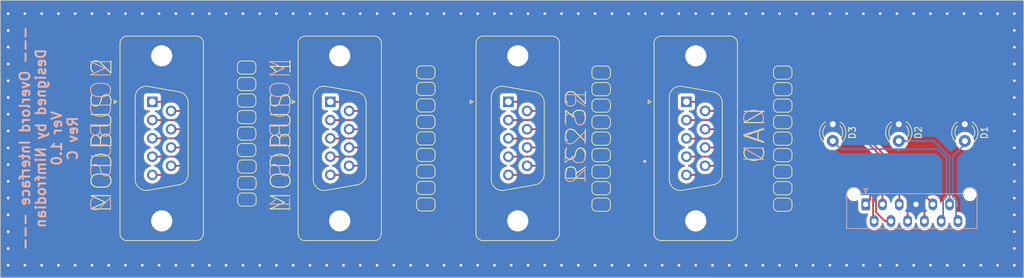
<source format=kicad_pcb>
(kicad_pcb (version 20240108) (generator "pcbnew") (generator_version "8.0")
  (layers (0 "F.Cu" signal) (31 "B.Cu" signal) (34 "B.Paste" user) (35 "F.Paste" user) (36 "B.SilkS" user "B.Silkscreen") (37 "F.SilkS" user "F.Silkscreen") (38 "B.Mask" user) (39 "F.Mask" user) (44 "Edge.Cuts" user))
  (net 0 "")
  (net 1 "GND")
  (net 2 "STATUS_LED_B")
  (net 3 "STATUS_LED_G")
  (net 4 "STATUS_LED_R")
  (net 5 "CAN_L")
  (net 6 "CAN_H")
  (net 7 "RS232_RX")
  (net 8 "RS232_TX")
  (net 9 "MB_RX_U1")
  (net 10 "MB_TX_U1")
  (net 11 "MB_TX_U2")
  (net 12 "MB_RX_U2")
  (net 13 "Net-(JP12-B)")
  (net 14 "Net-(JP11-B)")
  (net 15 "Net-(JP13-B)")
  (net 16 "Net-(JP10-B)")
  (net 17 "Net-(JP15-B)")
  (net 18 "Net-(JP14-B)")
  (net 19 "Net-(JP17-B)")
  (net 20 "Net-(JP16-B)")
  (net 21 "Net-(JP9-B)")
  (net 22 "Net-(JP4-B)")
  (net 23 "Net-(JP1-B)")
  (net 24 "Net-(JP6-B)")
  (net 25 "Net-(JP7-B)")
  (net 26 "Net-(JP8-B)")
  (net 27 "Net-(JP2-B)")
  (net 28 "Net-(JP3-B)")
  (net 29 "Net-(JP5-B)")
  (net 30 "Net-(JP22-B)")
  (net 31 "Net-(JP23-B)")
  (net 32 "Net-(JP21-B)")
  (net 33 "Net-(JP25-B)")
  (net 34 "Net-(JP24-B)")
  (net 35 "Net-(JP19-B)")
  (net 36 "Net-(JP18-B)")
  (net 37 "Net-(JP26-B)")
  (net 38 "Net-(JP20-B)")
  (net 39 "Net-(JP29-B)")
  (net 40 "Net-(JP34-B)")
  (net 41 "Net-(JP28-B)")
  (net 42 "Net-(JP30-B)")
  (net 43 "Net-(JP35-B)")
  (net 44 "Net-(JP27-B)")
  (net 45 "Net-(JP31-B)")
  (net 46 "Net-(JP32-B)")
  (net 47 "Net-(JP33-B)")
  (net 72 "Net-(JP36-B)")
  (footprint "Jumper:SolderJumper-2_P1.3mm_Open_RoundedPad1.0x1.5mm" (layer "F.Cu") (at 140.2 95.705 180)
    (property "Reference" "JP23" (hide yes))
    (property "Value" "SolderJumper_2_Open")
  )
  (footprint "Jumper:SolderJumper-2_P1.3mm_Open_RoundedPad1.0x1.5mm" (layer "F.Cu") (at 113.05 82.468375 180)
    (property "Reference" "JP27" (hide yes))
    (property "Value" "SolderJumper_2_Open")
  )
  (footprint "LED_THT:LED_D3.0mm" (layer "F.Cu") (at 211.83 91.055 -90)
    (property "Reference" "D2")
    (property "Value" "LED_G" (hide yes))
  )
  (footprint "Jumper:SolderJumper-2_P1.3mm_Open_RoundedPad1.0x1.5mm" (layer "F.Cu") (at 140.2 88.205 180)
    (property "Reference" "JP20" (hide yes))
    (property "Value" "SolderJumper_2_Open")
  )
  (footprint "Jumper:SolderJumper-2_P1.3mm_Open_RoundedPad1.0x1.5mm" (layer "F.Cu") (at 113.05 92.468373 180)
    (property "Reference" "JP31" (hide yes))
    (property "Value" "SolderJumper_2_Open")
  )
  (footprint "Jumper:SolderJumper-2_P1.3mm_Open_RoundedPad1.0x1.5mm" (layer "F.Cu") (at 166.749999 98.24 180)
    (property "Reference" "JP7" (hide yes))
    (property "Value" "SolderJumper_2_Open")
  )
  (footprint "Jumper:SolderJumper-2_P1.3mm_Open_RoundedPad1.0x1.5mm" (layer "F.Cu") (at 194.249999 100.74 180)
    (property "Reference" "JP16" (hide yes))
    (property "Value" "SolderJumper_2_Open")
  )
  (footprint "LED_THT:LED_D3.0mm" (layer "F.Cu") (at 221.83 91.055 -90)
    (property "Reference" "D1")
    (property "Value" "LED_B" (hide yes))
  )
  (footprint "Jumper:SolderJumper-2_P1.3mm_Open_RoundedPad1.0x1.5mm" (layer "F.Cu") (at 194.249999 88.24 180)
    (property "Reference" "JP11" (hide yes))
    (property "Value" "SolderJumper_2_Open")
  )
  (footprint "Jumper:SolderJumper-2_P1.3mm_Open_RoundedPad1.0x1.5mm" (layer "F.Cu") (at 194.249999 90.74 180)
    (property "Reference" "JP12" (hide yes))
    (property "Value" "SolderJumper_2_Open")
  )
  (footprint "Jumper:SolderJumper-2_P1.3mm_Open_RoundedPad1.0x1.5mm" (layer "F.Cu") (at 194.249999 93.24 180)
    (property "Reference" "JP13" (hide yes))
    (property "Value" "SolderJumper_2_Open")
  )
  (footprint "Jumper:SolderJumper-2_P1.3mm_Open_RoundedPad1.0x1.5mm" (layer "F.Cu") (at 140.2 98.205 180)
    (property "Reference" "JP24" (hide yes))
    (property "Value" "SolderJumper_2_Open")
  )
  (footprint "Jumper:SolderJumper-2_P1.3mm_Open_RoundedPad1.0x1.5mm" (layer "F.Cu") (at 140.2 90.705 180)
    (property "Reference" "JP21" (hide yes))
    (property "Value" "SolderJumper_2_Open")
  )
  (footprint "Connector_Dsub:DSUB-9_Female_Vertical_P2.77x2.84mm_MountingHoles" (layer "F.Cu") (at 98.77 87.655 90)
    (property "Reference" "J5" (hide yes))
    (property "Value" "DE9_Receptacle_MountingHoles_UART")
  )
  (footprint "Connector_Dsub:DSUB-9_Female_Vertical_P2.77x2.84mm_MountingHoles" (layer "F.Cu") (at 179.66 87.655 90)
    (property "Reference" "J2" (hide yes))
    (property "Value" "DE9_Receptacle_MountingHoles_CAN")
  )
  (footprint "Jumper:SolderJumper-2_P1.3mm_Open_RoundedPad1.0x1.5mm" (layer "F.Cu") (at 194.249999 98.24 180)
    (property "Reference" "JP15" (hide yes))
    (property "Value" "SolderJumper_2_Open")
  )
  (footprint "Connector_Dsub:DSUB-9_Female_Vertical_P2.77x2.84mm_MountingHoles" (layer "F.Cu") (at 125.733333 87.655 90)
    (property "Reference" "J4" (hide yes))
    (property "Value" "DE9_Receptacle_MountingHoles_UART")
  )
  (footprint "Jumper:SolderJumper-2_P1.3mm_Open_RoundedPad1.0x1.5mm" (layer "F.Cu") (at 166.749999 100.74 180)
    (property "Reference" "JP8" (hide yes))
    (property "Value" "SolderJumper_2_Open")
  )
  (footprint "Jumper:SolderJumper-2_P1.3mm_Open_RoundedPad1.0x1.5mm" (layer "F.Cu") (at 166.749999 88.24 180)
    (property "Reference" "JP3" (hide yes))
    (property "Value" "SolderJumper_2_Open")
  )
  (footprint "Jumper:SolderJumper-2_P1.3mm_Open_RoundedPad1.0x1.5mm" (layer "F.Cu") (at 194.249999 85.74 180)
    (property "Reference" "JP10" (hide yes))
    (property "Value" "SolderJumper_2_Open")
  )
  (footprint "Jumper:SolderJumper-2_P1.3mm_Open_RoundedPad1.0x1.5mm" (layer "F.Cu") (at 113.05 87.468376 180)
    (property "Reference" "JP29" (hide yes))
    (property "Value" "SolderJumper_2_Open")
  )
  (footprint "Jumper:SolderJumper-2_P1.3mm_Open_RoundedPad1.0x1.5mm" (layer "F.Cu") (at 140.2 100.705 180)
    (property "Reference" "JP25" (hide yes))
    (property "Value" "SolderJumper_2_Open")
  )
  (footprint "Jumper:SolderJumper-2_P1.3mm_Open_RoundedPad1.0x1.5mm" (layer "F.Cu") (at 113.05 89.968373 180)
    (property "Reference" "JP30" (hide yes))
    (property "Value" "SolderJumper_2_Open")
  )
  (footprint "Jumper:SolderJumper-2_P1.3mm_Open_RoundedPad1.0x1.5mm" (layer "F.Cu") (at 166.749998 103.24 180)
    (property "Reference" "JP36" (hide yes))
    (property "Value" "SolderJumper_2_Open")
  )
  (footprint "Jumper:SolderJumper-2_P1.3mm_Open_RoundedPad1.0x1.5mm" (layer "F.Cu") (at 140.2 103.205 180)
    (property "Reference" "JP26" (hide yes))
    (property "Value" "SolderJumper_2_Open")
  )
  (footprint "Connector_Dsub:DSUB-9_Female_Vertical_P2.77x2.84mm_MountingHoles" (layer "F.Cu") (at 152.696666 87.655 90)
    (property "Reference" "J3" (hide yes))
    (property "Value" "DE9_Receptacle_MountingHoles_UART")
  )
  (footprint "Jumper:SolderJumper-2_P1.3mm_Open_RoundedPad1.0x1.5mm" (layer "F.Cu") (at 166.749999 85.74 180)
    (property "Reference" "JP2" (hide yes))
    (property "Value" "SolderJumper_2_Open")
  )
  (footprint "Jumper:SolderJumper-2_P1.3mm_Open_RoundedPad1.0x1.5mm" (layer "F.Cu") (at 194.249999 83.24 180)
    (property "Reference" "JP9" (hide yes))
    (property "Value" "SolderJumper_2_Open")
  )
  (footprint "Jumper:SolderJumper-2_P1.3mm_Open_RoundedPad1.0x1.5mm" (layer "F.Cu") (at 140.2 85.705 180)
    (property "Reference" "JP19" (hide yes))
    (property "Value" "SolderJumper_2_Open")
  )
  (footprint "Jumper:SolderJumper-2_P1.3mm_Open_RoundedPad1.0x1.5mm" (layer "F.Cu") (at 113.100001 102.468375 180)
    (property "Reference" "JP35" (hide yes))
    (property "Value" "SolderJumper_2_Open")
  )
  (footprint "Jumper:SolderJumper-2_P1.3mm_Open_RoundedPad1.0x1.5mm" (layer "F.Cu") (at 194.249999 103.24 180)
    (property "Reference" "JP17" (hide yes))
    (property "Value" "SolderJumper_2_Open")
  )
  (footprint "Jumper:SolderJumper-2_P1.3mm_Open_RoundedPad1.0x1.5mm" (layer "F.Cu") (at 166.749999 95.74 180)
    (property "Reference" "JP6" (hide yes))
    (property "Value" "SolderJumper_2_Open")
  )
  (footprint "Jumper:SolderJumper-2_P1.3mm_Open_RoundedPad1.0x1.5mm" (layer "F.Cu") (at 166.749999 93.24 180)
    (property "Reference" "JP5" (hide yes))
    (property "Value" "SolderJumper_2_Open")
  )
  (footprint "Jumper:SolderJumper-2_P1.3mm_Open_RoundedPad1.0x1.5mm" (layer "F.Cu") (at 166.749999 90.74 180)
    (property "Reference" "JP4" (hide yes))
    (property "Value" "SolderJumper_2_Open")
  )
  (footprint "LED_THT:LED_D3.0mm" (layer "F.Cu") (at 201.83 91.055 -90)
    (property "Reference" "D3")
    (property "Value" "LED_R" (hide yes))
  )
  (footprint "Jumper:SolderJumper-2_P1.3mm_Open_RoundedPad1.0x1.5mm" (layer "F.Cu") (at 113.100001 99.968375 180)
    (property "Reference" "JP34" (hide yes))
    (property "Value" "SolderJumper_2_Open")
  )
  (footprint "Jumper:SolderJumper-2_P1.3mm_Open_RoundedPad1.0x1.5mm" (layer "F.Cu") (at 113.1 97.468376 180)
    (property "Reference" "JP33" (hide yes))
    (property "Value" "SolderJumper_2_Open")
  )
  (footprint "Jumper:SolderJumper-2_P1.3mm_Open_RoundedPad1.0x1.5mm" (layer "F.Cu") (at 140.2 83.205 180)
    (property "Reference" "JP18" (hide yes))
    (property "Value" "SolderJumper_2_Open")
  )
  (footprint "Jumper:SolderJumper-2_P1.3mm_Open_RoundedPad1.0x1.5mm" (layer "F.Cu") (at 140.2 93.205 180)
    (property "Reference" "JP22" (hide yes))
    (property "Value" "SolderJumper_2_Open")
  )
  (footprint "Jumper:SolderJumper-2_P1.3mm_Open_RoundedPad1.0x1.5mm" (layer "F.Cu") (at 113.05 94.968373 180)
    (property "Reference" "JP32" (hide yes))
    (property "Value" "SolderJumper_2_Open")
  )
  (footprint "Jumper:SolderJumper-2_P1.3mm_Open_RoundedPad1.0x1.5mm" (layer "F.Cu") (at 166.749999 83.24 180)
    (property "Reference" "JP1" (hide yes))
    (property "Value" "SolderJumper_2_Open")
  )
  (footprint "Jumper:SolderJumper-2_P1.3mm_Open_RoundedPad1.0x1.5mm" (layer "F.Cu") (at 194.249999 95.74 180)
    (property "Reference" "JP14" (hide yes))
    (property "Value" "SolderJumper_2_Open")
  )
  (footprint "Jumper:SolderJumper-2_P1.3mm_Open_RoundedPad1.0x1.5mm" (layer "F.Cu") (at 113.05 84.968376 180)
    (property "Reference" "JP28" (hide yes))
    (property "Value" "SolderJumper_2_Open")
  )
  (footprint "Connector_Molex:Molex_Picoflex_90325-0012_2x06_P1.27mm_Vertical" (layer "B.Cu") (at 206.820001 103.19 -90)
    (property "Reference" "J1" (hide yes))
    (property "Value" "Conn_01x12_Pin")
  )
  (gr_rect (start 75.75 72.29) (end 230.75 114.29) (stroke (width 0.1)) (fill none) (layer "Edge.Cuts"))
  (gr_text "--- Overlord Interface ---\nDesigned by Nimfrodian\nVer 1.0\nRev C" (at 83.09 93.195 90) (layer "B.SilkS") (effects (font (size 1.5 1.5) (thickness 0.3)) (justify mirror)))
  (gr_text "CAN" (at 191.7 88.27 90) (layer "B.SilkS") (effects (font (size 3 3)) (justify left bottom mirror)))
  (gr_text "MODBUS 2" (at 92.8 80.765714 90) (layer "B.SilkS") (effects (font (size 3 3)) (justify left bottom mirror)))
  (gr_text "RS232" (at 164.68 85.772857 90) (layer "B.SilkS") (effects (font (size 3 3)) (justify left bottom mirror)))
  (gr_text "MODBUS 1" (at 119.94 80.765714 90) (layer "B.SilkS") (effects (font (size 3 3)) (justify left bottom mirror)))
  (gr_text "RS232" (at 164.74 100.051429 90) (layer "F.SilkS") (effects (font (size 3 3)) (justify left bottom)))
  (gr_text "CAN" (at 191.76 97.194286 90) (layer "F.SilkS") (effects (font (size 3 3)) (justify left bottom)))
  (gr_text "MODBUS 1" (at 120 104.69 90) (layer "F.SilkS") (effects (font (size 3 3)) (justify left bottom)))
  (gr_text "MODBUS 2" (at 92.86 104.69 90) (layer "F.SilkS") (effects (font (size 3 3)) (justify left bottom)))
  (via (at 140.43 74.31) (size 0.8) (drill 0.4) (layers "F.Cu" "B.Cu") (net 1))
  (via (at 115.03 74.31) (size 0.8) (drill 0.4) (layers "F.Cu" "B.Cu") (net 1))
  (via (at 196.31 112.41) (size 0.8) (drill 0.4) (layers "F.Cu" "B.Cu") (net 1))
  (via (at 216.63 112.41) (size 0.8) (drill 0.4) (layers "F.Cu" "B.Cu") (net 1))
  (via (at 211.55 112.41) (size 0.8) (drill 0.4) (layers "F.Cu" "B.Cu") (net 1))
  (via (at 89.63 74.31) (size 0.8) (drill 0.4) (layers "F.Cu" "B.Cu") (net 1))
  (via (at 224.25 112.41) (size 0.8) (drill 0.4) (layers "F.Cu" "B.Cu") (net 1))
  (via (at 229.33 84.47) (size 0.8) (drill 0.4) (layers "F.Cu" "B.Cu") (net 1))
  (via (at 120.11 74.31) (size 0.8) (drill 0.4) (layers "F.Cu" "B.Cu") (net 1))
  (via (at 122.65 74.31) (size 0.8) (drill 0.4) (layers "F.Cu" "B.Cu") (net 1))
  (via (at 94.71 74.31) (size 0.8) (drill 0.4) (layers "F.Cu" "B.Cu") (net 1))
  (via (at 76.93 107.33) (size 0.8) (drill 0.4) (layers "F.Cu" "B.Cu") (net 1))
  (via (at 173.45 112.41) (size 0.8) (drill 0.4) (layers "F.Cu" "B.Cu") (net 1))
  (via (at 130.27 74.31) (size 0.8) (drill 0.4) (layers "F.Cu" "B.Cu") (net 1))
  (via (at 84.55 74.31) (size 0.8) (drill 0.4) (layers "F.Cu" "B.Cu") (net 1))
  (via (at 214.09 74.31) (size 0.8) (drill 0.4) (layers "F.Cu" "B.Cu") (net 1))
  (via (at 125.19 112.41) (size 0.8) (drill 0.4) (layers "F.Cu" "B.Cu") (net 1))
  (via (at 175.99 74.31) (size 0.8) (drill 0.4) (layers "F.Cu" "B.Cu") (net 1))
  (via (at 181.07 112.41) (size 0.8) (drill 0.4) (layers "F.Cu" "B.Cu") (net 1))
  (via (at 150.59 74.31) (size 0.8) (drill 0.4) (layers "F.Cu" "B.Cu") (net 1))
  (via (at 132.81 112.41) (size 0.8) (drill 0.4) (layers "F.Cu" "B.Cu") (net 1))
  (via (at 97.25 74.31) (size 0.8) (drill 0.4) (layers "F.Cu" "B.Cu") (net 1))
  (via (at 186.15 112.41) (size 0.8) (drill 0.4) (layers "F.Cu" "B.Cu") (net 1))
  (via (at 87.09 74.31) (size 0.8) (drill 0.4) (layers "F.Cu" "B.Cu") (net 1))
  (via (at 203.93 74.31) (size 0.8) (drill 0.4) (layers "F.Cu" "B.Cu") (net 1))
  (via (at 198.85 74.31) (size 0.8) (drill 0.4) (layers "F.Cu" "B.Cu") (net 1))
  (via (at 130.27 112.41) (size 0.8) (drill 0.4) (layers "F.Cu" "B.Cu") (net 1))
  (via (at 224.25 74.31) (size 0.8) (drill 0.4) (layers "F.Cu" "B.Cu") (net 1))
  (via (at 107.41 112.41) (size 0.8) (drill 0.4) (layers "F.Cu" "B.Cu") (net 1))
  (via (at 92.17 74.31) (size 0.8) (drill 0.4) (layers "F.Cu" "B.Cu") (net 1))
  (via (at 211.55 74.31) (size 0.8) (drill 0.4) (layers "F.Cu" "B.Cu") (net 1))
  (via (at 137.89 112.41) (size 0.8) (drill 0.4) (layers "F.Cu" "B.Cu") (net 1))
  (via (at 76.93 89.55) (size 0.8) (drill 0.4) (layers "F.Cu" "B.Cu") (net 1))
  (via (at 76.93 109.87) (size 0.8) (drill 0.4) (layers "F.Cu" "B.Cu") (net 1))
  (via (at 206.47 112.41) (size 0.8) (drill 0.4) (layers "F.Cu" "B.Cu") (net 1))
  (via (at 148.05 112.41) (size 0.8) (drill 0.4) (layers "F.Cu" "B.Cu") (net 1))
  (via (at 201.39 112.41) (size 0.8) (drill 0.4) (layers "F.Cu" "B.Cu") (net 1))
  (via (at 163.29 112.41) (size 0.8) (drill 0.4) (layers "F.Cu" "B.Cu") (net 1))
  (via (at 153.13 74.31) (size 0.8) (drill 0.4) (layers "F.Cu" "B.Cu") (net 1))
  (via (at 135.35 74.31) (size 0.8) (drill 0.4) (layers "F.Cu" "B.Cu") (net 1))
  (via (at 82.01 112.41) (size 0.8) (drill 0.4) (layers "F.Cu" "B.Cu") (net 1))
  (via (at 155.67 74.31) (size 0.8) (drill 0.4) (layers "F.Cu" "B.Cu") (net 1))
  (via (at 122.65 112.41) (size 0.8) (drill 0.4) (layers "F.Cu" "B.Cu") (net 1))
  (via (at 226.79 112.41) (size 0.8) (drill 0.4) (layers "F.Cu" "B.Cu") (net 1))
  (via (at 120.11 112.41) (size 0.8) (drill 0.4) (layers "F.Cu" "B.Cu") (net 1))
  (via (at 109.95 112.41) (size 0.8) (drill 0.4) (layers "F.Cu" "B.Cu") (net 1))
  (via (at 142.97 74.31) (size 0.8) (drill 0.4) (layers "F.Cu" "B.Cu") (net 1))
  (via (at 76.93 94.63) (size 0.8) (drill 0.4) (layers "F.Cu" "B.Cu") (net 1))
  (via (at 229.33 76.85) (size 0.8) (drill 0.4) (layers "F.Cu" "B.Cu") (net 1))
  (via (at 229.33 79.39) (size 0.8) (drill 0.4) (layers "F.Cu" "B.Cu") (net 1))
  (via (at 229.33 99.71) (size 0.8) (drill 0.4) (layers "F.Cu" "B.Cu") (net 1))
  (via (at 125.19 74.31) (size 0.8) (drill 0.4) (layers "F.Cu" "B.Cu") (net 1))
  (via (at 229.33 109.87) (size 0.8) (drill 0.4) (layers "F.Cu" "B.Cu") (net 1))
  (via (at 84.55 112.41) (size 0.8) (drill 0.4) (layers "F.Cu" "B.Cu") (net 1))
  (via (at 79.47 112.41) (size 0.8) (drill 0.4) (layers "F.Cu" "B.Cu") (net 1))
  (via (at 97.25 112.41) (size 0.8) (drill 0.4) (layers "F.Cu" "B.Cu") (net 1))
  (via (at 117.57 74.31) (size 0.8) (drill 0.4) (layers "F.Cu" "B.Cu") (net 1))
  (via (at 196.31 74.31) (size 0.8) (drill 0.4) (layers "F.Cu" "B.Cu") (net 1))
  (via (at 160.75 74.31) (size 0.8) (drill 0.4) (layers "F.Cu" "B.Cu") (net 1))
  (via (at 102.33 74.31) (size 0.8) (drill 0.4) (layers "F.Cu" "B.Cu") (net 1))
  (via (at 140.43 112.41) (size 0.8) (drill 0.4) (layers "F.Cu" "B.Cu") (net 1))
  (via (at 158.21 112.41) (size 0.8) (drill 0.4) (layers "F.Cu" "B.Cu") (net 1))
  (via (at 168.37 112.41) (size 0.8) (drill 0.4) (layers "F.Cu" "B.Cu") (net 1))
  (via (at 188.69 112.41) (size 0.8) (drill 0.4) (layers "F.Cu" "B.Cu") (net 1))
  (via (at 229.33 97.17) (size 0.8) (drill 0.4) (layers "F.Cu" "B.Cu") (net 1))
  (via (at 76.93 81.93) (size 0.8) (drill 0.4) (layers "F.Cu" "B.Cu") (net 1))
  (via (at 158.21 74.31) (size 0.8) (drill 0.4) (layers "F.Cu" "B.Cu") (net 1))
  (via (at 76.93 79.39) (size 0.8) (drill 0.4) (layers "F.Cu" "B.Cu") (net 1))
  (via (at 76.93 99.71) (size 0.8) (drill 0.4) (layers "F.Cu" "B.Cu") (net 1))
  (via (at 178.53 74.31) (size 0.8) (drill 0.4) (layers "F.Cu" "B.Cu") (net 1))
  (via (at 181.07 74.31) (size 0.8) (drill 0.4) (layers "F.Cu" "B.Cu") (net 1))
  (via (at 148.05 74.31) (size 0.8) (drill 0.4) (layers "F.Cu" "B.Cu") (net 1))
  (via (at 99.79 112.41) (size 0.8) (drill 0.4) (layers "F.Cu" "B.Cu") (net 1))
  (via (at 214.09 112.41) (size 0.8) (drill 0.4) (layers "F.Cu" "B.Cu") (net 1))
  (via (at 229.33 102.25) (size 0.8) (drill 0.4) (layers "F.Cu" "B.Cu") (net 1))
  (via (at 107.41 74.31) (size 0.8) (drill 0.4) (layers "F.Cu" "B.Cu") (net 1))
  (via (at 173.35 96.69) (size 0.8) (drill 0.4) (layers "F.Cu" "B.Cu") (net 1))
  (via (at 76.93 97.17) (size 0.8) (drill 0.4) (layers "F.Cu" "B.Cu") (net 1))
  (via (at 160.75 112.41) (size 0.8) (drill 0.4) (layers "F.Cu" "B.Cu") (net 1))
  (via (at 168.37 74.31) (size 0.8) (drill 0.4) (layers "F.Cu" "B.Cu") (net 1))
  (via (at 115.03 112.41) (size 0.8) (drill 0.4) (layers "F.Cu" "B.Cu") (net 1))
  (via (at 216.63 74.31) (size 0.8) (drill 0.4) (layers "F.Cu" "B.Cu") (net 1))
  (via (at 76.93 112.41) (size 0.8) (drill 0.4) (layers "F.Cu" "B.Cu") (net 1))
  (via (at 165.83 112.41) (size 0.8) (drill 0.4) (layers "F.Cu" "B.Cu") (net 1))
  (via (at 229.33 81.93) (size 0.8) (drill 0.4) (layers "F.Cu" "B.Cu") (net 1))
  (via (at 99.79 74.31) (size 0.8) (drill 0.4) (layers "F.Cu" "B.Cu") (net 1))
  (via (at 76.93 74.31) (size 0.8) (drill 0.4) (layers "F.Cu" "B.Cu") (net 1))
  (via (at 127.73 74.31) (size 0.8) (drill 0.4) (layers "F.Cu" "B.Cu") (net 1))
  (via (at 76.93 87.01) (size 0.8) (drill 0.4) (layers "F.Cu" "B.Cu") (net 1))
  (via (at 186.15 74.31) (size 0.8) (drill 0.4) (layers "F.Cu" "B.Cu") (net 1))
  (via (at 89.63 112.41) (size 0.8) (drill 0.4) (layers "F.Cu" "B.Cu") (net 1))
  (via (at 137.89 74.31) (size 0.8) (drill 0.4) (layers "F.Cu" "B.Cu") (net 1))
  (via (at 117.57 112.41) (size 0.8) (drill 0.4) (layers "F.Cu" "B.Cu") (net 1))
  (via (at 193.77 74.31) (size 0.8) (drill 0.4) (layers "F.Cu" "B.Cu") (net 1))
  (via (at 94.71 112.41) (size 0.8) (drill 0.4) (layers "F.Cu" "B.Cu") (net 1))
  (via (at 229.33 104.79) (size 0.8) (drill 0.4) (layers "F.Cu" "B.Cu") (net 1))
  (via (at 109.95 74.31) (size 0.8) (drill 0.4) (layers "F.Cu" "B.Cu") (net 1))
  (via (at 193.77 112.41) (size 0.8) (drill 0.4) (layers "F.Cu" "B.Cu") (net 1))
  (via (at 76.93 84.47) (size 0.8) (drill 0.4) (layers "F.Cu" "B.Cu") (net 1))
  (via (at 82.01 74.31) (size 0.8) (drill 0.4) (layers "F.Cu" "B.Cu") (net 1))
  (via (at 229.33 89.55) (size 0.8) (drill 0.4) (layers "F.Cu" "B.Cu") (net 1))
  (via (at 229.33 94.63) (size 0.8) (drill 0.4) (layers "F.Cu" "B.Cu") (net 1))
  (via (at 191.23 74.31) (size 0.8) (drill 0.4) (layers "F.Cu" "B.Cu") (net 1))
  (via (at 229.33 92.09) (size 0.8) (drill 0.4) (layers "F.Cu" "B.Cu") (net 1))
  (via (at 76.93 104.79) (size 0.8) (drill 0.4) (layers "F.Cu" "B.Cu") (net 1))
  (via (at 201.39 74.31) (size 0.8) (drill 0.4) (layers "F.Cu" "B.Cu") (net 1))
  (via (at 155.67 112.41) (size 0.8) (drill 0.4) (layers "F.Cu" "B.Cu") (net 1))
  (via (at 209.01 112.41) (size 0.8) (drill 0.4) (layers "F.Cu" "B.Cu") (net 1))
  (via (at 203.93 112.41) (size 0.8) (drill 0.4) (layers "F.Cu" "B.Cu") (net 1))
  (via (at 76.93 92.09) (size 0.8) (drill 0.4) (layers "F.Cu" "B.Cu") (net 1))
  (via (at 127.73 112.41) (size 0.8) (drill 0.4) (layers "F.Cu" "B.Cu") (net 1))
  (via (at 209.01 74.31) (size 0.8) (drill 0.4) (layers "F.Cu" "B.Cu") (net 1))
  (via (at 191.23 112.41) (size 0.8) (drill 0.4) (layers "F.Cu" "B.Cu") (net 1))
  (via (at 229.33 112.41) (size 0.8) (drill 0.4) (layers "F.Cu" "B.Cu") (net 1))
  (via (at 170.91 74.31) (size 0.8) (drill 0.4) (layers "F.Cu" "B.Cu") (net 1))
  (via (at 170.91 112.41) (size 0.8) (drill 0.4) (layers "F.Cu" "B.Cu") (net 1))
  (via (at 198.85 112.41) (size 0.8) (drill 0.4) (layers "F.Cu" "B.Cu") (net 1))
  (via (at 178.53 112.41) (size 0.8) (drill 0.4) (layers "F.Cu" "B.Cu") (net 1))
  (via (at 76.93 76.85) (size 0.8) (drill 0.4) (layers "F.Cu" "B.Cu") (net 1))
  (via (at 79.47 74.31) (size 0.8) (drill 0.4) (layers "F.Cu" "B.Cu") (net 1))
  (via (at 163.29 74.31) (size 0.8) (drill 0.4) (layers "F.Cu" "B.Cu") (net 1))
  (via (at 226.79 74.31) (size 0.8) (drill 0.4) (layers "F.Cu" "B.Cu") (net 1))
  (via (at 112.49 112.41) (size 0.8) (drill 0.4) (layers "F.Cu" "B.Cu") (net 1))
  (via (at 229.33 74.31) (size 0.8) (drill 0.4) (layers "F.Cu" "B.Cu") (net 1))
  (via (at 188.69 74.31) (size 0.8) (drill 0.4) (layers "F.Cu" "B.Cu") (net 1))
  (via (at 173.45 74.31) (size 0.8) (drill 0.4) (layers "F.Cu" "B.Cu") (net 1))
  (via (at 87.09 112.41) (size 0.8) (drill 0.4) (layers "F.Cu" "B.Cu") (net 1))
  (via (at 112.49 74.31) (size 0.8) (drill 0.4) (layers "F.Cu" "B.Cu") (net 1))
  (via (at 145.51 74.31) (size 0.8) (drill 0.4) (layers "F.Cu" "B.Cu") (net 1))
  (via (at 145.51 112.41) (size 0.8) (drill 0.4) (layers "F.Cu" "B.Cu") (net 1))
  (via (at 92.17 112.41) (size 0.8) (drill 0.4) (layers "F.Cu" "B.Cu") (net 1))
  (via (at 165.83 74.31) (size 0.8) (drill 0.4) (layers "F.Cu" "B.Cu") (net 1))
  (via (at 183.61 112.41) (size 0.8) (drill 0.4) (layers "F.Cu" "B.Cu") (net 1))
  (via (at 229.33 107.33) (size 0.8) (drill 0.4) (layers "F.Cu" "B.Cu") (net 1))
  (via (at 150.59 112.41) (size 0.8) (drill 0.4) (layers "F.Cu" "B.Cu") (net 1))
  (via (at 221.71 74.31) (size 0.8) (drill 0.4) (layers "F.Cu" "B.Cu") (net 1))
  (via (at 153.13 112.41) (size 0.8) (drill 0.4) (layers "F.Cu" "B.Cu") (net 1))
  (via (at 175.99 112.41) (size 0.8) (drill 0.4) (layers "F.Cu" "B.Cu") (net 1))
  (via (at 219.17 112.41) (size 0.8) (drill 0.4) (layers "F.Cu" "B.Cu") (net 1))
  (via (at 183.61 74.31) (size 0.8) (drill 0.4) (layers "F.Cu" "B.Cu") (net 1))
  (via (at 76.93 102.25) (size 0.8) (drill 0.4) (layers "F.Cu" "B.Cu") (net 1))
  (via (at 104.87 112.41) (size 0.8) (drill 0.4) (layers "F.Cu" "B.Cu") (net 1))
  (via (at 221.71 112.41) (size 0.8) (drill 0.4) (layers "F.Cu" "B.Cu") (net 1))
  (via (at 104.87 74.31) (size 0.8) (drill 0.4) (layers "F.Cu" "B.Cu") (net 1))
  (via (at 206.47 74.31) (size 0.8) (drill 0.4) (layers "F.Cu" "B.Cu") (net 1))
  (via (at 135.35 112.41) (size 0.8) (drill 0.4) (layers "F.Cu" "B.Cu") (net 1))
  (via (at 229.33 87.01) (size 0.8) (drill 0.4) (layers "F.Cu" "B.Cu") (net 1))
  (via (at 102.33 112.41) (size 0.8) (drill 0.4) (layers "F.Cu" "B.Cu") (net 1))
  (via (at 132.81 74.31) (size 0.8) (drill 0.4) (layers "F.Cu" "B.Cu") (net 1))
  (via (at 219.17 74.31) (size 0.8) (drill 0.4) (layers "F.Cu" "B.Cu") (net 1))
  (via (at 142.97 112.41) (size 0.8) (drill 0.4) (layers "F.Cu" "B.Cu") (net 1))
  (segment (start 219.970001 102.011142) (end 219.970001 95.969999) (width 0.25) (layer "B.Cu") (net 2))
  (segment (start 219.970001 95.969999) (end 221.83 94.11) (width 0.25) (layer "B.Cu") (net 2))
  (segment (start 220.790001 105.73) (end 220.495001 105.435) (width 0.25) (layer "B.Cu") (net 2))
  (segment (start 220.495001 105.435) (end 220.495001 102.536142) (width 0.25) (layer "B.Cu") (net 2))
  (segment (start 221.83 94.11) (end 221.83 93.595) (width 0.25) (layer "B.Cu") (net 2))
  (segment (start 220.495001 102.536142) (end 219.970001 102.011142) (width 0.25) (layer "B.Cu") (net 2))
  (segment (start 219.520001 96.010001) (end 217.105 93.595) (width 0.25) (layer "B.Cu") (net 3))
  (segment (start 217.105 93.595) (end 211.83 93.595) (width 0.25) (layer "B.Cu") (net 3))
  (segment (start 219.520001 103.19) (end 219.520001 96.010001) (width 0.25) (layer "B.Cu") (net 3))
  (segment (start 203.055 94.82) (end 217.693604 94.82) (width 0.25) (layer "B.Cu") (net 4))
  (segment (start 219.070001 102.011142) (end 218.545001 102.536142) (width 0.25) (layer "B.Cu") (net 4))
  (segment (start 218.55 105.430001) (end 218.250001 105.73) (width 0.25) (layer "B.Cu") (net 4))
  (segment (start 218.545001 103.843858) (end 218.55 103.848857) (width 0.25) (layer "B.Cu") (net 4))
  (segment (start 218.545001 102.536142) (end 218.545001 103.843858) (width 0.25) (layer "B.Cu") (net 4))
  (segment (start 217.693604 94.82) (end 219.070001 96.196397) (width 0.25) (layer "B.Cu") (net 4))
  (segment (start 219.070001 96.196397) (end 219.070001 102.011142) (width 0.25) (layer "B.Cu") (net 4))
  (segment (start 201.83 93.595) (end 203.055 94.82) (width 0.25) (layer "B.Cu") (net 4))
  (segment (start 218.55 103.848857) (end 218.55 105.430001) (width 0.25) (layer "B.Cu") (net 4))
  (segment (start 203.29 89.38) (end 216.980001 103.070001) (width 0.25) (layer "F.Cu") (net 5))
  (segment (start 216.980001 103.070001) (end 216.980001 103.19) (width 0.25) (layer "F.Cu") (net 5))
  (segment (start 194.899998 88.24) (end 196.039998 89.38) (width 0.25) (layer "F.Cu") (net 5))
  (segment (start 196.039998 89.38) (end 203.29 89.38) (width 0.25) (layer "F.Cu") (net 5))
  (segment (start 195.809998 89.83) (end 194.899998 90.74) (width 0.25) (layer "F.Cu") (net 6))
  (segment (start 203.055 89.83) (end 195.809998 89.83) (width 0.25) (layer "F.Cu") (net 6))
  (segment (start 215.710001 105.73) (end 215.710001 102.485001) (width 0.25) (layer "F.Cu") (net 6))
  (segment (start 215.710001 102.485001) (end 203.055 89.83) (width 0.25) (layer "F.Cu") (net 6))
  (segment (start 171.7 97.540002) (end 167.399998 93.24) (width 0.25) (layer "F.Cu") (net 7))
  (segment (start 192.05 109.04) (end 177.7 109.04) (width 0.25) (layer "F.Cu") (net 7))
  (segment (start 211.9 101.24) (end 208.05 97.39) (width 0.25) (layer "F.Cu") (net 7))
  (segment (start 211.9 103.19) (end 211.9 101.24) (width 0.25) (layer "F.Cu") (net 7))
  (segment (start 171.7 103.04) (end 171.7 97.540002) (width 0.25) (layer "F.Cu") (net 7))
  (segment (start 203.7 97.39) (end 192.05 109.04) (width 0.25) (layer "F.Cu") (net 7))
  (segment (start 208.05 97.39) (end 203.7 97.39) (width 0.25) (layer "F.Cu") (net 7))
  (segment (start 177.7 109.04) (end 171.7 103.04) (width 0.25) (layer "F.Cu") (net 7))
  (segment (start 191.75 108.44) (end 203.4 96.79) (width 0.25) (layer "F.Cu") (net 8))
  (segment (start 175.25 104.003604) (end 179.686396 108.44) (width 0.25) (layer "F.Cu") (net 8))
  (segment (start 208.55 96.79) (end 213.170001 101.410001) (width 0.25) (layer "F.Cu") (net 8))
  (segment (start 175.25 96.090002) (end 175.25 104.003604) (width 0.25) (layer "F.Cu") (net 8))
  (segment (start 179.686396 108.44) (end 191.75 108.44) (width 0.25) (layer "F.Cu") (net 8))
  (segment (start 167.399998 88.24) (end 175.25 96.090002) (width 0.25) (layer "F.Cu") (net 8))
  (segment (start 213.170001 101.410001) (end 213.170001 105.73) (width 0.25) (layer "F.Cu") (net 8))
  (segment (start 203.4 96.79) (end 208.55 96.79) (width 0.25) (layer "F.Cu") (net 8))
  (segment (start 208.385001 104.396142) (end 208.385001 99.934189) (width 0.25) (layer "F.Cu") (net 9))
  (segment (start 208.385001 99.934189) (end 207.090812 98.64) (width 0.25) (layer "F.Cu") (net 9))
  (segment (start 145.95 92.79) (end 144.400699 91.240699) (width 0.25) (layer "F.Cu") (net 9))
  (segment (start 204.4 98.64) (end 192.75 110.29) (width 0.25) (layer "F.Cu") (net 9))
  (segment (start 154.063604 110.29) (end 145.95 102.176396) (width 0.25) (layer "F.Cu") (net 9))
  (segment (start 141.585 93.205) (end 140.849999 93.205) (width 0.25) (layer "F.Cu") (net 9))
  (segment (start 207.090812 98.64) (end 204.4 98.64) (width 0.25) (layer "F.Cu") (net 9))
  (segment (start 145.95 102.176396) (end 145.95 92.79) (width 0.25) (layer "F.Cu") (net 9))
  (segment (start 210.630001 105.73) (end 209.718859 105.73) (width 0.25) (layer "F.Cu") (net 9))
  (segment (start 144.400699 91.240699) (end 143.549301 91.240699) (width 0.25) (layer "F.Cu") (net 9))
  (segment (start 192.75 110.29) (end 154.063604 110.29) (width 0.25) (layer "F.Cu") (net 9))
  (segment (start 209.718859 105.73) (end 208.385001 104.396142) (width 0.25) (layer "F.Cu") (net 9))
  (segment (start 143.549301 91.240699) (end 141.585 93.205) (width 0.25) (layer "F.Cu") (net 9))
  (segment (start 144.587095 90.790699) (end 143.435698 90.790699) (width 0.25) (layer "F.Cu") (net 10))
  (segment (start 192.563604 109.84) (end 154.25 109.84) (width 0.25) (layer "F.Cu") (net 10))
  (segment (start 209.360001 103.19) (end 209.360001 100.272793) (width 0.25) (layer "F.Cu") (net 10))
  (segment (start 146.4 92.603604) (end 144.587095 90.790699) (width 0.25) (layer "F.Cu") (net 10))
  (segment (start 209.360001 100.272793) (end 207.277208 98.19) (width 0.25) (layer "F.Cu") (net 10))
  (segment (start 143.435698 90.790699) (end 140.849999 88.205) (width 0.25) (layer "F.Cu") (net 10))
  (segment (start 154.25 109.84) (end 146.4 101.99) (width 0.25) (layer "F.Cu") (net 10))
  (segment (start 146.4 101.99) (end 146.4 92.603604) (width 0.25) (layer "F.Cu") (net 10))
  (segment (start 207.277208 98.19) (end 204.213604 98.19) (width 0.25) (layer "F.Cu") (net 10))
  (segment (start 204.213604 98.19) (end 192.563604 109.84) (width 0.25) (layer "F.Cu") (net 10))
  (segment (start 126.686396 111.19) (end 121.45 105.953604) (width 0.25) (layer "F.Cu") (net 11))
  (segment (start 115.75 90.74) (end 115.05 90.04) (width 0.25) (layer "F.Cu") (net 11))
  (segment (start 207.935001 105.575) (end 207.935001 100.138605) (width 0.25) (layer "F.Cu") (net 11))
  (segment (start 207.935001 100.138605) (end 207.186396 99.39) (width 0.25) (layer "F.Cu") (net 11))
  (segment (start 204.913604 99.39) (end 193.113604 111.19) (width 0.25) (layer "F.Cu") (net 11))
  (segment (start 116.971623 90.74) (end 115.75 90.74) (width 0.25) (layer "F.Cu") (net 11))
  (segment (start 121.45 105.953604) (end 121.45 95.218377) (width 0.25) (layer "F.Cu") (net 11))
  (segment (start 207.186396 99.39) (end 204.913604 99.39) (width 0.25) (layer "F.Cu") (net 11))
  (segment (start 121.45 95.218377) (end 116.971623 90.74) (width 0.25) (layer "F.Cu") (net 11))
  (segment (start 193.113604 111.19) (end 126.686396 111.19) (width 0.25) (layer "F.Cu") (net 11))
  (segment (start 208.090001 105.73) (end 207.935001 105.575) (width 0.25) (layer "F.Cu") (net 11))
  (segment (start 115.05 88.818377) (end 113.699999 87.468376) (width 0.25) (layer "F.Cu") (net 11))
  (segment (start 115.05 90.04) (end 115.05 88.818377) (width 0.25) (layer "F.Cu") (net 11))
  (segment (start 207.485001 100.325001) (end 207.485001 102.525) (width 0.25) (layer "F.Cu") (net 12))
  (segment (start 116.785227 91.19) (end 121 95.404773) (width 0.25) (layer "F.Cu") (net 12))
  (segment (start 115.8 91.19) (end 116.785227 91.19) (width 0.25) (layer "F.Cu") (net 12))
  (segment (start 207.485001 102.525) (end 206.820001 103.19) (width 0.25) (layer "F.Cu") (net 12))
  (segment (start 205.1 99.84) (end 207 99.84) (width 0.25) (layer "F.Cu") (net 12))
  (segment (start 121 106.14) (end 126.5 111.64) (width 0.25) (layer "F.Cu") (net 12))
  (segment (start 126.5 111.64) (end 193.3 111.64) (width 0.25) (layer "F.Cu") (net 12))
  (segment (start 207 99.84) (end 207.485001 100.325001) (width 0.25) (layer "F.Cu") (net 12))
  (segment (start 114.521627 92.468373) (end 115.8 91.19) (width 0.25) (layer "F.Cu") (net 12))
  (segment (start 121 95.404773) (end 121 106.14) (width 0.25) (layer "F.Cu") (net 12))
  (segment (start 113.699999 92.468373) (end 114.521627 92.468373) (width 0.25) (layer "F.Cu") (net 12))
  (segment (start 193.3 111.64) (end 205.1 99.84) (width 0.25) (layer "F.Cu") (net 12))
  (segment (start 192.53 91.81) (end 193.6 90.74) (width 0.25) (layer "F.Cu") (net 13))
  (segment (start 182.5 91.81) (end 192.53 91.81) (width 0.25) (layer "F.Cu") (net 13))
  (segment (start 191.415 90.425) (end 193.6 88.24) (width 0.25) (layer "F.Cu") (net 14))
  (segment (start 179.66 90.425) (end 191.415 90.425) (width 0.25) (layer "F.Cu") (net 14))
  (segment (start 179.705 93.24) (end 179.66 93.195) (width 0.25) (layer "F.Cu") (net 15))
  (segment (start 193.6 93.24) (end 179.705 93.24) (width 0.25) (layer "F.Cu") (net 15))
  (segment (start 182.5 89.04) (end 190.3 89.04) (width 0.25) (layer "F.Cu") (net 16))
  (segment (start 190.3 89.04) (end 193.6 85.74) (width 0.25) (layer "F.Cu") (net 16))
  (segment (start 191.325 95.965) (end 193.6 98.24) (width 0.25) (layer "F.Cu") (net 17))
  (segment (start 179.66 95.965) (end 191.325 95.965) (width 0.25) (layer "F.Cu") (net 17))
  (segment (start 192.44 94.58) (end 182.5 94.58) (width 0.25) (layer "F.Cu") (net 18))
  (segment (start 193.6 95.74) (end 192.44 94.58) (width 0.25) (layer "F.Cu") (net 18))
  (segment (start 179.66 98.735) (end 189.095 98.735) (width 0.25) (layer "F.Cu") (net 19))
  (segment (start 189.095 98.735) (end 193.6 103.24) (width 0.25) (layer "F.Cu") (net 19))
  (segment (start 182.5 97.35) (end 190.21 97.35) (width 0.25) (layer "F.Cu") (net 20))
  (segment (start 190.21 97.35) (end 193.6 100.74) (width 0.25) (layer "F.Cu") (net 20))
  (segment (start 189.185 87.655) (end 193.6 83.24) (width 0.25) (layer "F.Cu") (net 21))
  (segment (start 179.66 87.655) (end 189.185 87.655) (width 0.25) (layer "F.Cu") (net 21))
  (segment (start 165.03 91.81) (end 166.1 90.74) (width 0.25) (layer "F.Cu") (net 22))
  (segment (start 155.536666 91.81) (end 165.03 91.81) (width 0.25) (layer "F.Cu") (net 22))
  (segment (start 152.696666 87.655) (end 161.685 87.655) (width 0.25) (layer "F.Cu") (net 23))
  (segment (start 161.685 87.655) (end 166.1 83.24) (width 0.25) (layer "F.Cu") (net 23))
  (segment (start 155.536666 94.58) (end 164.94 94.58) (width 0.25) (layer "F.Cu") (net 24))
  (segment (start 164.94 94.58) (end 166.1 95.74) (width 0.25) (layer "F.Cu") (net 24))
  (segment (start 163.825 95.965) (end 166.1 98.24) (width 0.25) (layer "F.Cu") (net 25))
  (segment (start 152.696666 95.965) (end 163.825 95.965) (width 0.25) (layer "F.Cu") (net 25))
  (segment (start 162.71 97.35) (end 166.1 100.74) (width 0.25) (layer "F.Cu") (net 26))
  (segment (start 155.536666 97.35) (end 162.71 97.35) (width 0.25) (layer "F.Cu") (net 26))
  (segment (start 155.536666 89.04) (end 162.8 89.04) (width 0.25) (layer "F.Cu") (net 27))
  (segment (start 162.8 89.04) (end 166.1 85.74) (width 0.25) (layer "F.Cu") (net 27))
  (segment (start 163.915 90.425) (end 166.1 88.24) (width 0.25) (layer "F.Cu") (net 28))
  (segment (start 152.696666 90.425) (end 163.915 90.425) (width 0.25) (layer "F.Cu") (net 28))
  (segment (start 152.741666 93.24) (end 152.696666 93.195) (width 0.25) (layer "F.Cu") (net 29))
  (segment (start 166.1 93.24) (end 152.741666 93.24) (width 0.25) (layer "F.Cu") (net 29))
  (segment (start 125.743333 93.205) (end 125.733333 93.195) (width 0.25) (layer "F.Cu") (net 30))
  (segment (start 139.550001 93.205) (end 125.743333 93.205) (width 0.25) (layer "F.Cu") (net 30))
  (segment (start 138.425001 94.58) (end 139.550001 95.705) (width 0.25) (layer "F.Cu") (net 31))
  (segment (start 128.573333 94.58) (end 138.425001 94.58) (width 0.25) (layer "F.Cu") (net 31))
  (segment (start 138.445001 91.81) (end 139.550001 90.705) (width 0.25) (layer "F.Cu") (net 32))
  (segment (start 128.573333 91.81) (end 138.445001 91.81) (width 0.25) (layer "F.Cu") (net 32))
  (segment (start 136.195001 97.35) (end 139.550001 100.705) (width 0.25) (layer "F.Cu") (net 33))
  (segment (start 128.573333 97.35) (end 136.195001 97.35) (width 0.25) (layer "F.Cu") (net 33))
  (segment (start 125.733333 95.965) (end 137.310001 95.965) (width 0.25) (layer "F.Cu") (net 34))
  (segment (start 137.310001 95.965) (end 139.550001 98.205) (width 0.25) (layer "F.Cu") (net 34))
  (segment (start 136.215001 89.04) (end 139.550001 85.705) (width 0.25) (layer "F.Cu") (net 35))
  (segment (start 128.573333 89.04) (end 136.215001 89.04) (width 0.25) (layer "F.Cu") (net 35))
  (segment (start 135.100001 87.655) (end 139.550001 83.205) (width 0.25) (layer "F.Cu") (net 36))
  (segment (start 125.733333 87.655) (end 135.100001 87.655) (width 0.25) (layer "F.Cu") (net 36))
  (segment (start 125.733333 98.735) (end 135.080001 98.735) (width 0.25) (layer "F.Cu") (net 37))
  (segment (start 135.080001 98.735) (end 139.550001 103.205) (width 0.25) (layer "F.Cu") (net 37))
  (segment (start 137.330001 90.425) (end 139.550001 88.205) (width 0.25) (layer "F.Cu") (net 38))
  (segment (start 125.733333 90.425) (end 137.330001 90.425) (width 0.25) (layer "F.Cu") (net 38))
  (segment (start 109.443377 90.425) (end 112.400001 87.468376) (width 0.25) (layer "F.Cu") (net 39))
  (segment (start 98.77 90.425) (end 109.443377 90.425) (width 0.25) (layer "F.Cu") (net 39))
  (segment (start 101.61 97.35) (end 109.831627 97.35) (width 0.25) (layer "F.Cu") (net 40))
  (segment (start 109.831627 97.35) (end 112.450002 99.968375) (width 0.25) (layer "F.Cu") (net 40))
  (segment (start 101.61 89.04) (end 108.328377 89.04) (width 0.25) (layer "F.Cu") (net 41))
  (segment (start 108.328377 89.04) (end 112.400001 84.968376) (width 0.25) (layer "F.Cu") (net 41))
  (segment (start 110.558374 91.81) (end 112.400001 89.968373) (width 0.25) (layer "F.Cu") (net 42))
  (segment (start 101.61 91.81) (end 110.558374 91.81) (width 0.25) (layer "F.Cu") (net 42))
  (segment (start 98.77 98.735) (end 108.716627 98.735) (width 0.25) (layer "F.Cu") (net 43))
  (segment (start 108.716627 98.735) (end 112.450002 102.468375) (width 0.25) (layer "F.Cu") (net 43))
  (segment (start 98.77 87.655) (end 107.213376 87.655) (width 0.25) (layer "F.Cu") (net 44))
  (segment (start 107.213376 87.655) (end 112.400001 82.468375) (width 0.25) (layer "F.Cu") (net 44))
  (segment (start 111.673374 93.195) (end 98.77 93.195) (width 0.25) (layer "F.Cu") (net 45))
  (segment (start 112.400001 92.468373) (end 111.673374 93.195) (width 0.25) (layer "F.Cu") (net 45))
  (segment (start 112.011628 94.58) (end 112.400001 94.968373) (width 0.25) (layer "F.Cu") (net 46))
  (segment (start 101.61 94.58) (end 112.011628 94.58) (width 0.25) (layer "F.Cu") (net 46))
  (segment (start 98.77 95.965) (end 110.946625 95.965) (width 0.25) (layer "F.Cu") (net 47))
  (segment (start 110.946625 95.965) (end 112.450001 97.468376) (width 0.25) (layer "F.Cu") (net 47))
  (segment (start 152.696666 98.735) (end 161.594999 98.735) (width 0.25) (layer "F.Cu") (net 72))
  (segment (start 161.594999 98.735) (end 166.099999 103.24) (width 0.25) (layer "F.Cu") (net 72))
  (zone (net 1) (net_name "GND") (layers "F&B.Cu") (connect_pads yes (clearance 0.5)) (min_thickness 0.25) (fill yes (thermal_gap 0.5) (thermal_bridge_width 0.5))
    (polygon (pts (xy 75.75 72.29) (xy 230.73 72.29) (xy 230.75 114.29) (xy 75.75 114.28)))
  )
)
</source>
